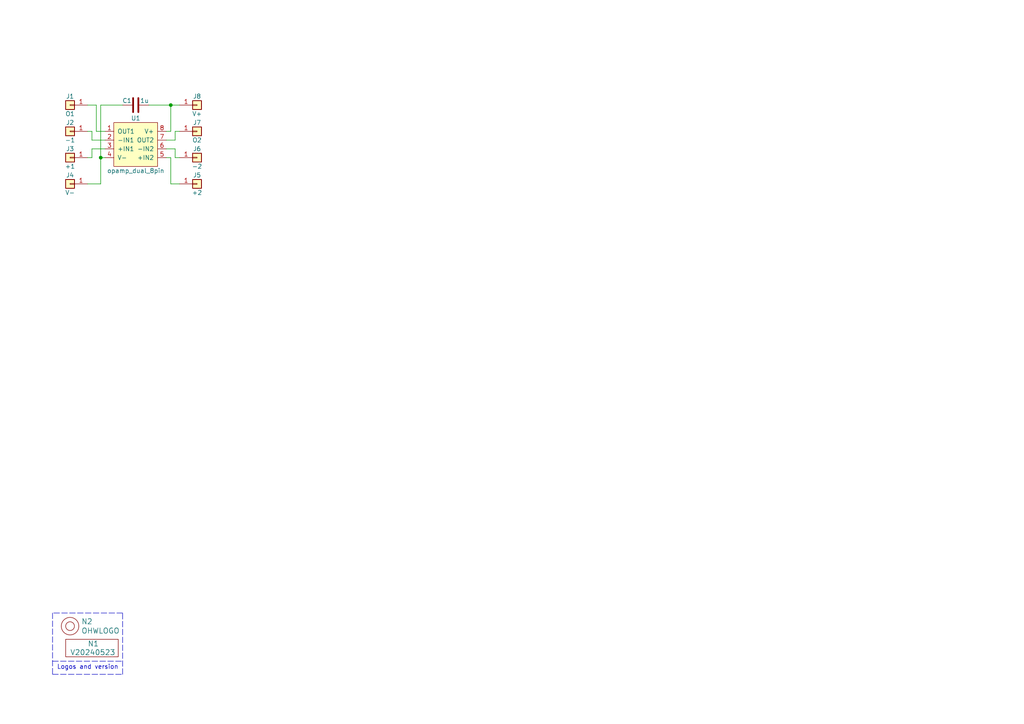
<source format=kicad_sch>
(kicad_sch (version 20230121) (generator eeschema)
  (paper "A4")
  (lib_symbols
    (symbol "Connector_Generic:Conn_01x01" (pin_names (offset 1.016) hide)
      (property "Reference" "J" (at 0 2.54 0))
      (property "Value" "Conn_01x01" (at 0 -2.54 0))
      (symbol "Conn_01x01_1_1"
        (rectangle (start -1.27 0.127) (end 0 -0.127) (stroke (width 0.1524)))
        (rectangle (start -1.27 1.27) (end 1.27 -1.27) (stroke (width 0.254)) (fill (type background)))
        (pin passive line (at -5.08 0 0) (length 3.81) (name "Pin_1") (number "1"))
      )
    )
    (symbol "Device:C" (pin_numbers hide) (pin_names (offset 0.254))
      (property "Reference" "C" (at 0.635 2.54 0))
      (property "Value" "C" (at 0.635 -2.54 0))
      (symbol "C_0_1"
        (polyline (pts (xy -2.032 -0.762) (xy 2.032 -0.762)) (stroke (width 0.508)))
        (polyline (pts (xy -2.032 0.762) (xy 2.032 0.762)) (stroke (width 0.508)))
      )
      (symbol "C_1_1"
        (pin passive line (at 0 3.81 270) (length 2.794) (name "~") (number "1"))
        (pin passive line (at 0 -3.81 90) (length 2.794) (name "~") (number "2"))
      )
    )
    (symbol "SquantorGenericAnalog:opamp_dual_8pin" (pin_names (offset 1.016))
      (property "Reference" "U" (at 0 7.62 0))
      (property "Value" "opamp_dual_8pin" (at 0 -7.62 0))
      (symbol "opamp_dual_8pin_0_1"
        (rectangle (start -6.35 6.35) (end 6.35 -6.35) (fill (type background)))
      )
      (symbol "opamp_dual_8pin_1_1"
        (pin output line (at -8.89 3.81 0) (length 2.54) (name "OUT1") (number "1"))
        (pin input line (at -8.89 1.27 0) (length 2.54) (name "-IN1") (number "2"))
        (pin input line (at -8.89 -1.27 0) (length 2.54) (name "+IN1") (number "3"))
        (pin power_in line (at -8.89 -3.81 0) (length 2.54) (name "V-") (number "4"))
        (pin input line (at 8.89 -3.81 180) (length 2.54) (name "+IN2") (number "5"))
        (pin input line (at 8.89 -1.27 180) (length 2.54) (name "-IN2") (number "6"))
        (pin output line (at 8.89 1.27 180) (length 2.54) (name "OUT2") (number "7"))
        (pin power_in line (at 8.89 3.81 180) (length 2.54) (name "V+") (number "8"))
      )
    )
    (symbol "SquantorLabels:OHWLOGO" (pin_names (offset 1.016))
      (property "Reference" "N" (at 0 3.81 0))
      (property "Value" "SquantorLabels_OHWLOGO" (at 0 -3.81 0))
      (symbol "OHWLOGO_0_1"
        (circle (center 0 0) (radius 1.27))
        (circle (center 0 0) (radius 2.54))
      )
    )
    (symbol "SquantorLabels:VYYYYMMDD" (pin_names (offset 1.016))
      (property "Reference" "N" (at 0 2.54 0))
      (property "Value" "SquantorLabels_VYYYYMMDD" (at 0 0 0))
      (symbol "VYYYYMMDD_0_1"
        (rectangle (start 7.62 -1.27) (end -7.62 3.81))
      )
    )
  )
  (junction (at 29.21 45.72))
  (junction (at 49.53 30.48))
  (wire (pts (xy 26.67 40.64) (xy 26.67 38.1)))
  (wire (pts (xy 49.53 30.48) (xy 52.07 30.48)))
  (polyline (pts (xy 15.24 191.77) (xy 35.56 191.77)) (stroke (width 0) (type dash)))
  (wire (pts (xy 26.67 45.72) (xy 25.4 45.72)))
  (wire (pts (xy 27.94 38.1) (xy 27.94 30.48)))
  (wire (pts (xy 29.21 30.48) (xy 35.56 30.48)))
  (polyline (pts (xy 35.56 195.58) (xy 35.56 177.8)) (stroke (width 0) (type dash)))
  (wire (pts (xy 48.26 38.1) (xy 49.53 38.1)))
  (wire (pts (xy 43.18 30.48) (xy 49.53 30.48)))
  (wire (pts (xy 49.53 53.34) (xy 52.07 53.34)))
  (wire (pts (xy 29.21 45.72) (xy 29.21 53.34)))
  (wire (pts (xy 48.26 43.18) (xy 50.8 43.18)))
  (wire (pts (xy 48.26 40.64) (xy 50.8 40.64)))
  (wire (pts (xy 49.53 45.72) (xy 49.53 53.34)))
  (wire (pts (xy 50.8 43.18) (xy 50.8 45.72)))
  (polyline (pts (xy 15.24 195.58) (xy 35.56 195.58)) (stroke (width 0) (type dash)))
  (wire (pts (xy 30.48 40.64) (xy 26.67 40.64)))
  (wire (pts (xy 27.94 30.48) (xy 25.4 30.48)))
  (wire (pts (xy 50.8 45.72) (xy 52.07 45.72)))
  (polyline (pts (xy 15.24 177.8) (xy 15.24 195.58)) (stroke (width 0) (type dash)))
  (wire (pts (xy 29.21 45.72) (xy 29.21 30.48)))
  (wire (pts (xy 30.48 38.1) (xy 27.94 38.1)))
  (wire (pts (xy 50.8 38.1) (xy 52.07 38.1)))
  (wire (pts (xy 48.26 45.72) (xy 49.53 45.72)))
  (wire (pts (xy 50.8 40.64) (xy 50.8 38.1)))
  (wire (pts (xy 26.67 38.1) (xy 25.4 38.1)))
  (wire (pts (xy 30.48 45.72) (xy 29.21 45.72)))
  (wire (pts (xy 26.67 43.18) (xy 26.67 45.72)))
  (wire (pts (xy 29.21 53.34) (xy 25.4 53.34)))
  (wire (pts (xy 49.53 30.48) (xy 49.53 38.1)))
  (wire (pts (xy 30.48 43.18) (xy 26.67 43.18)))
  (polyline (pts (xy 35.56 177.8) (xy 15.24 177.8)) (stroke (width 0) (type dash)))
  (text "Logos and version" (at 16.51 194.31 0) (effects (font (size 1.27 1.27)) (justify left bottom)))
  (symbol (lib_id "SquantorLabels:VYYYYMMDD") (at 26.67 189.23 0) (unit 1)
    (property "Reference" "N1" (at 25.4 186.69 0) (effects (font (size 1.524 1.524)) (justify left)))
    (property "Value" "V20240523" (at 20.32 189.23 0) (effects (font (size 1.524 1.524)) (justify left)))
    (property "Footprint" "SquantorLabels:Label_Generic" (effects hide))
  )
  (symbol (lib_id "SquantorLabels:OHWLOGO") (at 20.32 181.61 0) (unit 1)
    (property "Reference" "N2" (at 23.5712 180.2638 0) (effects (font (size 1.524 1.524)) (justify left)))
    (property "Value" "OHWLOGO" (at 23.5712 182.9562 0) (effects (font (size 1.524 1.524)) (justify left)))
    (property "Footprint" "Symbol:OSHW-Symbol_6.7x6mm_SilkScreen" (effects hide))
  )
  (symbol (lib_id "Connector_Generic:Conn_01x01") (at 20.32 38.1 180) (unit 1)
    (property "Reference" "J2" (at 20.32 35.56 0))
    (property "Value" "-1" (at 20.32 40.64 0))
    (property "Footprint" "mill-max:PC_pin_nail_head_6092" (effects hide))
  )
  (symbol (lib_id "Connector_Generic:Conn_01x01") (at 20.32 30.48 180) (unit 1)
    (property "Reference" "J1" (at 20.32 27.94 0))
    (property "Value" "O1" (at 20.32 33.02 0))
    (property "Footprint" "mill-max:PC_pin_nail_head_6092" (effects hide))
  )
  (symbol (lib_id "Connector_Generic:Conn_01x01") (at 20.32 45.72 0) (mirror y) (unit 1)
    (property "Reference" "J3" (at 20.32 43.18 0))
    (property "Value" "+1" (at 20.32 48.26 0))
    (property "Footprint" "mill-max:PC_pin_nail_head_6092" (effects hide))
  )
  (symbol (lib_id "Connector_Generic:Conn_01x01") (at 20.32 53.34 0) (mirror y) (unit 1)
    (property "Reference" "J4" (at 20.32 50.8 0))
    (property "Value" "V-" (at 20.32 55.88 0))
    (property "Footprint" "mill-max:PC_pin_nail_head_6092" (effects hide))
  )
  (symbol (lib_id "Connector_Generic:Conn_01x01") (at 57.15 53.34 0) (unit 1)
    (property "Reference" "J5" (at 57.15 50.8 0))
    (property "Value" "+2" (at 57.15 55.88 0))
    (property "Footprint" "mill-max:PC_pin_nail_head_6092" (effects hide))
  )
  (symbol (lib_id "Connector_Generic:Conn_01x01") (at 57.15 45.72 0) (mirror x) (unit 1)
    (property "Reference" "J6" (at 57.15 43.18 0))
    (property "Value" "-2" (at 57.15 48.26 0))
    (property "Footprint" "mill-max:PC_pin_nail_head_6092" (effects hide))
  )
  (symbol (lib_id "Connector_Generic:Conn_01x01") (at 57.15 30.48 0) (mirror x) (unit 1)
    (property "Reference" "J8" (at 57.15 27.94 0))
    (property "Value" "V+" (at 57.15 33.02 0))
    (property "Footprint" "mill-max:PC_pin_nail_head_6092" (effects hide))
  )
  (symbol (lib_id "Connector_Generic:Conn_01x01") (at 57.15 38.1 0) (mirror x) (unit 1)
    (property "Reference" "J7" (at 57.15 35.56 0))
    (property "Value" "O2" (at 57.15 40.64 0))
    (property "Footprint" "mill-max:PC_pin_nail_head_6092" (effects hide))
  )
  (symbol (lib_id "SquantorGenericAnalog:opamp_dual_8pin") (at 39.37 41.91 0) (unit 1)
    (property "Reference" "U1" (at 39.37 34.29 0))
    (property "Value" "opamp_dual_8pin" (at 39.37 49.53 0))
    (property "Footprint" "Package_DIP:DIP-8_W7.62mm_Socket" (effects hide))
  )
  (symbol (lib_id "Device:C") (at 39.37 30.48 90) (unit 1)
    (property "Reference" "C1" (at 36.83 29.21 90))
    (property "Value" "1u" (at 41.91 29.21 90))
    (property "Footprint" "SquantorCapacitor:C-050-050X080-film" (effects hide))
  )
)
</source>
